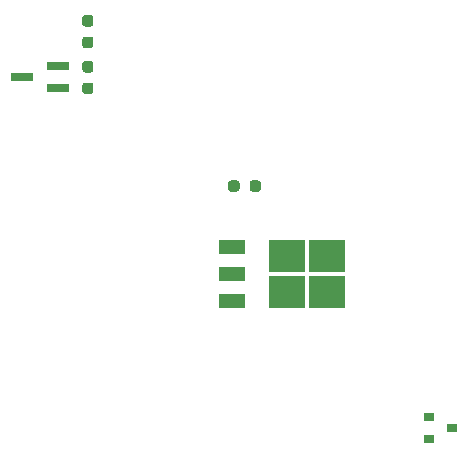
<source format=gbr>
%TF.GenerationSoftware,KiCad,Pcbnew,5.1.7-a382d34a8~88~ubuntu18.04.1*%
%TF.CreationDate,2021-03-18T09:08:07-04:00*%
%TF.ProjectId,Pacman2020,5061636d-616e-4323-9032-302e6b696361,rev?*%
%TF.SameCoordinates,Original*%
%TF.FileFunction,Paste,Top*%
%TF.FilePolarity,Positive*%
%FSLAX46Y46*%
G04 Gerber Fmt 4.6, Leading zero omitted, Abs format (unit mm)*
G04 Created by KiCad (PCBNEW 5.1.7-a382d34a8~88~ubuntu18.04.1) date 2021-03-18 09:08:07*
%MOMM*%
%LPD*%
G01*
G04 APERTURE LIST*
%ADD10R,3.050000X2.750000*%
%ADD11R,2.200000X1.200000*%
%ADD12R,1.900000X0.800000*%
%ADD13R,0.900000X0.800000*%
G04 APERTURE END LIST*
D10*
%TO.C,Q2*%
X121000000Y-103000000D03*
X124350000Y-99950000D03*
X121000000Y-99950000D03*
X124350000Y-103000000D03*
D11*
X116375000Y-103755000D03*
X116375000Y-101475000D03*
X116375000Y-99195000D03*
%TD*%
D12*
%TO.C,Q1*%
X98600000Y-84775000D03*
X101600000Y-83825000D03*
X101600000Y-85725000D03*
%TD*%
%TO.C,R6*%
G36*
G01*
X116987500Y-93762500D02*
X116987500Y-94237500D01*
G75*
G02*
X116750000Y-94475000I-237500J0D01*
G01*
X116250000Y-94475000D01*
G75*
G02*
X116012500Y-94237500I0J237500D01*
G01*
X116012500Y-93762500D01*
G75*
G02*
X116250000Y-93525000I237500J0D01*
G01*
X116750000Y-93525000D01*
G75*
G02*
X116987500Y-93762500I0J-237500D01*
G01*
G37*
G36*
G01*
X118812500Y-93762500D02*
X118812500Y-94237500D01*
G75*
G02*
X118575000Y-94475000I-237500J0D01*
G01*
X118075000Y-94475000D01*
G75*
G02*
X117837500Y-94237500I0J237500D01*
G01*
X117837500Y-93762500D01*
G75*
G02*
X118075000Y-93525000I237500J0D01*
G01*
X118575000Y-93525000D01*
G75*
G02*
X118812500Y-93762500I0J-237500D01*
G01*
G37*
%TD*%
%TO.C,R3*%
G36*
G01*
X104377500Y-80497500D02*
X103902500Y-80497500D01*
G75*
G02*
X103665000Y-80260000I0J237500D01*
G01*
X103665000Y-79760000D01*
G75*
G02*
X103902500Y-79522500I237500J0D01*
G01*
X104377500Y-79522500D01*
G75*
G02*
X104615000Y-79760000I0J-237500D01*
G01*
X104615000Y-80260000D01*
G75*
G02*
X104377500Y-80497500I-237500J0D01*
G01*
G37*
G36*
G01*
X104377500Y-82322500D02*
X103902500Y-82322500D01*
G75*
G02*
X103665000Y-82085000I0J237500D01*
G01*
X103665000Y-81585000D01*
G75*
G02*
X103902500Y-81347500I237500J0D01*
G01*
X104377500Y-81347500D01*
G75*
G02*
X104615000Y-81585000I0J-237500D01*
G01*
X104615000Y-82085000D01*
G75*
G02*
X104377500Y-82322500I-237500J0D01*
G01*
G37*
%TD*%
%TO.C,R2*%
G36*
G01*
X103902500Y-85237500D02*
X104377500Y-85237500D01*
G75*
G02*
X104615000Y-85475000I0J-237500D01*
G01*
X104615000Y-85975000D01*
G75*
G02*
X104377500Y-86212500I-237500J0D01*
G01*
X103902500Y-86212500D01*
G75*
G02*
X103665000Y-85975000I0J237500D01*
G01*
X103665000Y-85475000D01*
G75*
G02*
X103902500Y-85237500I237500J0D01*
G01*
G37*
G36*
G01*
X103902500Y-83412500D02*
X104377500Y-83412500D01*
G75*
G02*
X104615000Y-83650000I0J-237500D01*
G01*
X104615000Y-84150000D01*
G75*
G02*
X104377500Y-84387500I-237500J0D01*
G01*
X103902500Y-84387500D01*
G75*
G02*
X103665000Y-84150000I0J237500D01*
G01*
X103665000Y-83650000D01*
G75*
G02*
X103902500Y-83412500I237500J0D01*
G01*
G37*
%TD*%
D13*
%TO.C,D7*%
X133000000Y-113550000D03*
X133000000Y-115450000D03*
X135000000Y-114500000D03*
%TD*%
M02*

</source>
